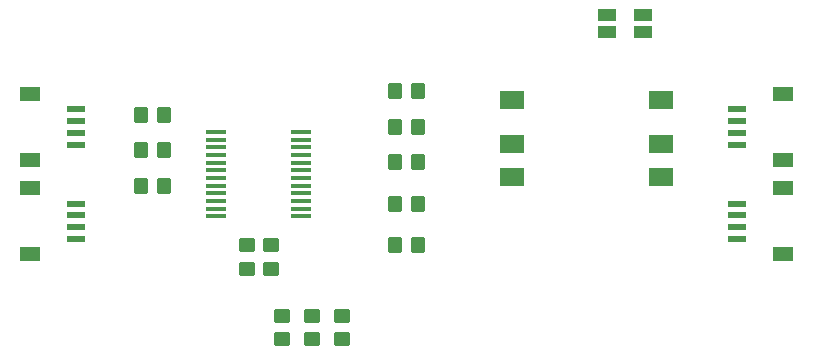
<source format=gbr>
%TF.GenerationSoftware,KiCad,Pcbnew,8.0.3*%
%TF.CreationDate,2024-10-26T21:30:25-07:00*%
%TF.ProjectId,oled_controller,6f6c6564-5f63-46f6-9e74-726f6c6c6572,rev?*%
%TF.SameCoordinates,Original*%
%TF.FileFunction,Paste,Top*%
%TF.FilePolarity,Positive*%
%FSLAX46Y46*%
G04 Gerber Fmt 4.6, Leading zero omitted, Abs format (unit mm)*
G04 Created by KiCad (PCBNEW 8.0.3) date 2024-10-26 21:30:25*
%MOMM*%
%LPD*%
G01*
G04 APERTURE LIST*
G04 Aperture macros list*
%AMRoundRect*
0 Rectangle with rounded corners*
0 $1 Rounding radius*
0 $2 $3 $4 $5 $6 $7 $8 $9 X,Y pos of 4 corners*
0 Add a 4 corners polygon primitive as box body*
4,1,4,$2,$3,$4,$5,$6,$7,$8,$9,$2,$3,0*
0 Add four circle primitives for the rounded corners*
1,1,$1+$1,$2,$3*
1,1,$1+$1,$4,$5*
1,1,$1+$1,$6,$7*
1,1,$1+$1,$8,$9*
0 Add four rect primitives between the rounded corners*
20,1,$1+$1,$2,$3,$4,$5,0*
20,1,$1+$1,$4,$5,$6,$7,0*
20,1,$1+$1,$6,$7,$8,$9,0*
20,1,$1+$1,$8,$9,$2,$3,0*%
G04 Aperture macros list end*
%ADD10R,2.000000X1.500000*%
%ADD11RoundRect,0.250000X0.450000X-0.350000X0.450000X0.350000X-0.450000X0.350000X-0.450000X-0.350000X0*%
%ADD12RoundRect,0.250000X-0.350000X-0.450000X0.350000X-0.450000X0.350000X0.450000X-0.350000X0.450000X0*%
%ADD13R,1.550000X0.600000*%
%ADD14R,1.800000X1.200000*%
%ADD15RoundRect,0.250000X-0.450000X0.350000X-0.450000X-0.350000X0.450000X-0.350000X0.450000X0.350000X0*%
%ADD16R,1.500000X1.100000*%
%ADD17R,1.750000X0.450000*%
%ADD18RoundRect,0.250000X0.350000X0.450000X-0.350000X0.450000X-0.350000X-0.450000X0.350000X-0.450000X0*%
G04 APERTURE END LIST*
D10*
%TO.C,S1*%
X92950000Y-59750000D03*
X92950000Y-63450000D03*
X92950000Y-66250000D03*
X105550000Y-66250000D03*
X105550000Y-63450000D03*
X105550000Y-59750000D03*
%TD*%
D11*
%TO.C,R13*%
X70500000Y-74000000D03*
X70500000Y-72000000D03*
%TD*%
D12*
%TO.C,R11*%
X61500000Y-67000000D03*
X63500000Y-67000000D03*
%TD*%
D13*
%TO.C,J3*%
X112000000Y-63500000D03*
X112000000Y-62500000D03*
X112000000Y-61500000D03*
X112000000Y-60500000D03*
D14*
X115875000Y-64800000D03*
X115875000Y-59200000D03*
%TD*%
D12*
%TO.C,R9*%
X61500000Y-61000000D03*
X63500000Y-61000000D03*
%TD*%
D15*
%TO.C,R1*%
X78500000Y-78000000D03*
X78500000Y-80000000D03*
%TD*%
D11*
%TO.C,R12*%
X72500000Y-74000000D03*
X72500000Y-72000000D03*
%TD*%
D16*
%TO.C,D1*%
X101000000Y-52500000D03*
X104000000Y-52500000D03*
X104000000Y-54000000D03*
X101000000Y-54000000D03*
%TD*%
D17*
%TO.C,U2*%
X75100000Y-69575000D03*
X75100000Y-68925000D03*
X75100000Y-68275000D03*
X75100000Y-67625000D03*
X75100000Y-66975000D03*
X75100000Y-66325000D03*
X75100000Y-65675000D03*
X75100000Y-65025000D03*
X75100000Y-64375000D03*
X75100000Y-63725000D03*
X75100000Y-63075000D03*
X75100000Y-62425000D03*
X67900000Y-62425000D03*
X67900000Y-63075000D03*
X67900000Y-63725000D03*
X67900000Y-64375000D03*
X67900000Y-65025000D03*
X67900000Y-65675000D03*
X67900000Y-66325000D03*
X67900000Y-66975000D03*
X67900000Y-67625000D03*
X67900000Y-68275000D03*
X67900000Y-68925000D03*
X67900000Y-69575000D03*
%TD*%
D15*
%TO.C,R8*%
X73500000Y-78000000D03*
X73500000Y-80000000D03*
%TD*%
D11*
%TO.C,R7*%
X76000000Y-80000000D03*
X76000000Y-78000000D03*
%TD*%
D12*
%TO.C,R3*%
X83000000Y-65000000D03*
X85000000Y-65000000D03*
%TD*%
%TO.C,R4*%
X83000000Y-68500000D03*
X85000000Y-68500000D03*
%TD*%
D13*
%TO.C,J8*%
X56000000Y-68500000D03*
X56000000Y-69500000D03*
X56000000Y-70500000D03*
X56000000Y-71500000D03*
D14*
X52125000Y-67200000D03*
X52125000Y-72800000D03*
%TD*%
D13*
%TO.C,J4*%
X112000000Y-71500000D03*
X112000000Y-70500000D03*
X112000000Y-69500000D03*
X112000000Y-68500000D03*
D14*
X115875000Y-72800000D03*
X115875000Y-67200000D03*
%TD*%
D18*
%TO.C,R6*%
X85000000Y-72000000D03*
X83000000Y-72000000D03*
%TD*%
D12*
%TO.C,R10*%
X61500000Y-64000000D03*
X63500000Y-64000000D03*
%TD*%
%TO.C,R2*%
X83000000Y-62000000D03*
X85000000Y-62000000D03*
%TD*%
D13*
%TO.C,J1*%
X56000000Y-60500000D03*
X56000000Y-61500000D03*
X56000000Y-62500000D03*
X56000000Y-63500000D03*
D14*
X52125000Y-59200000D03*
X52125000Y-64800000D03*
%TD*%
D18*
%TO.C,R5*%
X85000000Y-59000000D03*
X83000000Y-59000000D03*
%TD*%
M02*

</source>
